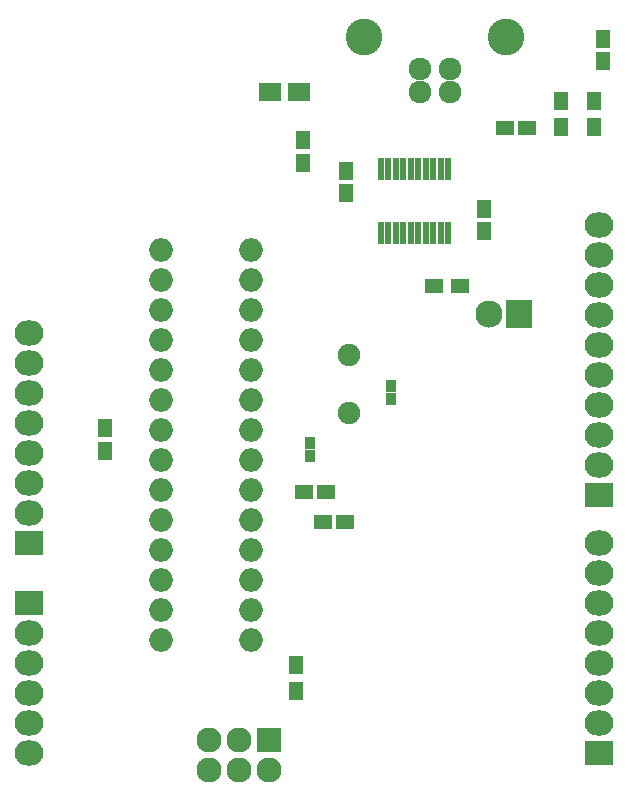
<source format=gbr>
G04 #@! TF.FileFunction,Soldermask,Top*
%FSLAX46Y46*%
G04 Gerber Fmt 4.6, Leading zero omitted, Abs format (unit mm)*
G04 Created by KiCad (PCBNEW 4.0.4-stable) date Fri Nov 25 14:59:31 2016*
%MOMM*%
%LPD*%
G01*
G04 APERTURE LIST*
%ADD10C,0.100000*%
%ADD11C,1.901140*%
%ADD12R,1.150000X1.600000*%
%ADD13R,1.600000X1.150000*%
%ADD14R,0.900000X1.000000*%
%ADD15R,2.300000X2.400000*%
%ADD16C,2.300000*%
%ADD17O,2.000000X2.000000*%
%ADD18R,1.900000X1.650000*%
%ADD19C,1.924000*%
%ADD20C,3.100020*%
%ADD21R,2.432000X2.127200*%
%ADD22O,2.432000X2.127200*%
%ADD23R,2.127200X2.127200*%
%ADD24O,2.127200X2.127200*%
%ADD25R,1.300000X1.600000*%
%ADD26R,1.600000X1.300000*%
%ADD27R,0.550000X1.900000*%
G04 APERTURE END LIST*
D10*
D11*
X214740000Y-98398120D03*
X214740000Y-103280000D03*
D12*
X236290000Y-73480000D03*
X236290000Y-71580000D03*
D13*
X229840000Y-79130000D03*
X227940000Y-79130000D03*
D12*
X214490000Y-84680000D03*
X214490000Y-82780000D03*
X210890000Y-80180000D03*
X210890000Y-82080000D03*
X226190000Y-85980000D03*
X226190000Y-87880000D03*
D13*
X212540000Y-112530000D03*
X214440000Y-112530000D03*
X210940000Y-109930000D03*
X212840000Y-109930000D03*
D12*
X194090000Y-104580000D03*
X194090000Y-106480000D03*
D14*
X211490000Y-105780000D03*
X211490000Y-106880000D03*
X218290000Y-100980000D03*
X218290000Y-102080000D03*
D15*
X229190000Y-94930000D03*
D16*
X226650000Y-94930000D03*
D17*
X206490000Y-122480000D03*
X206490000Y-119940000D03*
X206490000Y-117400000D03*
X206490000Y-114860000D03*
X206490000Y-112320000D03*
X206490000Y-109780000D03*
X206490000Y-107240000D03*
X206490000Y-104700000D03*
X206490000Y-102160000D03*
X206490000Y-99620000D03*
X206490000Y-97080000D03*
X206490000Y-94540000D03*
X206490000Y-92000000D03*
X206490000Y-89460000D03*
X198870000Y-89460000D03*
X198870000Y-92000000D03*
X198870000Y-94540000D03*
X198870000Y-97080000D03*
X198870000Y-99620000D03*
X198870000Y-102160000D03*
X198870000Y-104700000D03*
X198870000Y-107240000D03*
X198870000Y-109780000D03*
X198870000Y-112320000D03*
X198870000Y-114860000D03*
X198870000Y-117400000D03*
X198870000Y-119940000D03*
X198870000Y-122480000D03*
D18*
X208040000Y-76130000D03*
X210540000Y-76130000D03*
D19*
X223290000Y-76128980D03*
X220750000Y-76128980D03*
X220750000Y-74130000D03*
X223290000Y-74130000D03*
D20*
X228019480Y-71429980D03*
X216020520Y-71429980D03*
D21*
X235950000Y-132030000D03*
D22*
X235950000Y-129490000D03*
X235950000Y-126950000D03*
X235950000Y-124410000D03*
X235950000Y-121870000D03*
X235950000Y-119330000D03*
X235950000Y-116790000D03*
X235950000Y-114250000D03*
D21*
X235950000Y-110186000D03*
D22*
X235950000Y-107646000D03*
X235950000Y-105106000D03*
X235950000Y-102566000D03*
X235950000Y-100026000D03*
X235950000Y-97486000D03*
X235950000Y-94946000D03*
X235950000Y-92406000D03*
X235950000Y-89866000D03*
X235950000Y-87326000D03*
D21*
X187690000Y-119330000D03*
D22*
X187690000Y-121870000D03*
X187690000Y-124410000D03*
X187690000Y-126950000D03*
X187690000Y-129490000D03*
X187690000Y-132030000D03*
D21*
X187690000Y-114250000D03*
D22*
X187690000Y-111710000D03*
X187690000Y-109170000D03*
X187690000Y-106630000D03*
X187690000Y-104090000D03*
X187690000Y-101550000D03*
X187690000Y-99010000D03*
X187690000Y-96470000D03*
D23*
X207990000Y-130990000D03*
D24*
X207990000Y-133530000D03*
X205450000Y-130990000D03*
X205450000Y-133530000D03*
X202910000Y-130990000D03*
X202910000Y-133530000D03*
D25*
X232690000Y-79030000D03*
X232690000Y-76830000D03*
X235490000Y-79030000D03*
X235490000Y-76830000D03*
X210290000Y-126830000D03*
X210290000Y-124630000D03*
D26*
X221990000Y-92530000D03*
X224190000Y-92530000D03*
D27*
X217432500Y-88030000D03*
X218067500Y-88030000D03*
X218702500Y-88030000D03*
X219337500Y-88030000D03*
X219972500Y-88030000D03*
X220607500Y-88030000D03*
X221242500Y-88030000D03*
X221877500Y-88030000D03*
X222512500Y-88030000D03*
X223147500Y-88030000D03*
X223147500Y-82630000D03*
X222512500Y-82630000D03*
X221877500Y-82630000D03*
X221242500Y-82630000D03*
X220607500Y-82630000D03*
X219972500Y-82630000D03*
X219337500Y-82630000D03*
X218702500Y-82630000D03*
X218067500Y-82630000D03*
X217432500Y-82630000D03*
M02*

</source>
